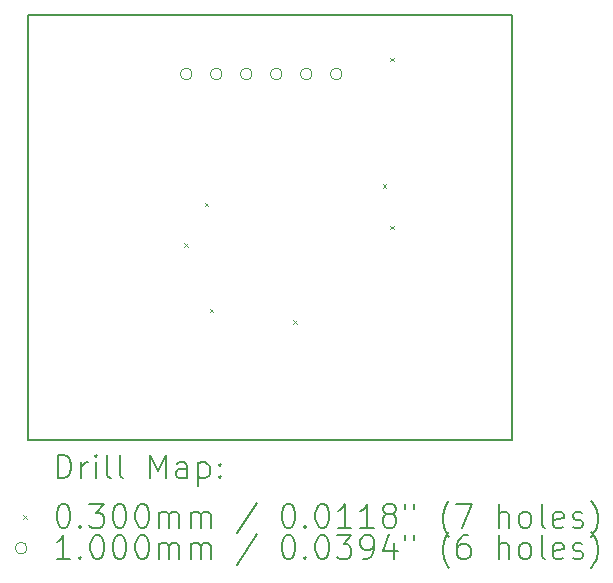
<source format=gbr>
%TF.GenerationSoftware,KiCad,Pcbnew,8.0.8*%
%TF.CreationDate,2025-02-07T12:49:13+01:00*%
%TF.ProjectId,PGE_GPS_PCB,5047455f-4750-4535-9f50-43422e6b6963,rev?*%
%TF.SameCoordinates,Original*%
%TF.FileFunction,Drillmap*%
%TF.FilePolarity,Positive*%
%FSLAX45Y45*%
G04 Gerber Fmt 4.5, Leading zero omitted, Abs format (unit mm)*
G04 Created by KiCad (PCBNEW 8.0.8) date 2025-02-07 12:49:13*
%MOMM*%
%LPD*%
G01*
G04 APERTURE LIST*
%ADD10C,0.200000*%
%ADD11C,0.100000*%
G04 APERTURE END LIST*
D10*
X12900000Y-6400000D02*
X17000000Y-6400000D01*
X17000000Y-10000000D01*
X12900000Y-10000000D01*
X12900000Y-6400000D01*
D11*
X14223000Y-8334040D02*
X14253000Y-8364040D01*
X14253000Y-8334040D02*
X14223000Y-8364040D01*
X14395436Y-7990564D02*
X14425436Y-8020564D01*
X14425436Y-7990564D02*
X14395436Y-8020564D01*
X14438110Y-8887770D02*
X14468110Y-8917770D01*
X14468110Y-8887770D02*
X14438110Y-8917770D01*
X15143200Y-8985000D02*
X15173200Y-9015000D01*
X15173200Y-8985000D02*
X15143200Y-9015000D01*
X15903620Y-7832840D02*
X15933620Y-7862840D01*
X15933620Y-7832840D02*
X15903620Y-7862840D01*
X15965050Y-6763670D02*
X15995050Y-6793670D01*
X15995050Y-6763670D02*
X15965050Y-6793670D01*
X15965050Y-8185000D02*
X15995050Y-8215000D01*
X15995050Y-8185000D02*
X15965050Y-8215000D01*
X14288000Y-6900000D02*
G75*
G02*
X14188000Y-6900000I-50000J0D01*
G01*
X14188000Y-6900000D02*
G75*
G02*
X14288000Y-6900000I50000J0D01*
G01*
X14542000Y-6900000D02*
G75*
G02*
X14442000Y-6900000I-50000J0D01*
G01*
X14442000Y-6900000D02*
G75*
G02*
X14542000Y-6900000I50000J0D01*
G01*
X14796000Y-6900000D02*
G75*
G02*
X14696000Y-6900000I-50000J0D01*
G01*
X14696000Y-6900000D02*
G75*
G02*
X14796000Y-6900000I50000J0D01*
G01*
X15050000Y-6900000D02*
G75*
G02*
X14950000Y-6900000I-50000J0D01*
G01*
X14950000Y-6900000D02*
G75*
G02*
X15050000Y-6900000I50000J0D01*
G01*
X15304000Y-6900000D02*
G75*
G02*
X15204000Y-6900000I-50000J0D01*
G01*
X15204000Y-6900000D02*
G75*
G02*
X15304000Y-6900000I50000J0D01*
G01*
X15558000Y-6900000D02*
G75*
G02*
X15458000Y-6900000I-50000J0D01*
G01*
X15458000Y-6900000D02*
G75*
G02*
X15558000Y-6900000I50000J0D01*
G01*
D10*
X13150777Y-10321484D02*
X13150777Y-10121484D01*
X13150777Y-10121484D02*
X13198396Y-10121484D01*
X13198396Y-10121484D02*
X13226967Y-10131008D01*
X13226967Y-10131008D02*
X13246015Y-10150055D01*
X13246015Y-10150055D02*
X13255539Y-10169103D01*
X13255539Y-10169103D02*
X13265062Y-10207198D01*
X13265062Y-10207198D02*
X13265062Y-10235770D01*
X13265062Y-10235770D02*
X13255539Y-10273865D01*
X13255539Y-10273865D02*
X13246015Y-10292912D01*
X13246015Y-10292912D02*
X13226967Y-10311960D01*
X13226967Y-10311960D02*
X13198396Y-10321484D01*
X13198396Y-10321484D02*
X13150777Y-10321484D01*
X13350777Y-10321484D02*
X13350777Y-10188150D01*
X13350777Y-10226246D02*
X13360301Y-10207198D01*
X13360301Y-10207198D02*
X13369824Y-10197674D01*
X13369824Y-10197674D02*
X13388872Y-10188150D01*
X13388872Y-10188150D02*
X13407920Y-10188150D01*
X13474586Y-10321484D02*
X13474586Y-10188150D01*
X13474586Y-10121484D02*
X13465062Y-10131008D01*
X13465062Y-10131008D02*
X13474586Y-10140531D01*
X13474586Y-10140531D02*
X13484110Y-10131008D01*
X13484110Y-10131008D02*
X13474586Y-10121484D01*
X13474586Y-10121484D02*
X13474586Y-10140531D01*
X13598396Y-10321484D02*
X13579348Y-10311960D01*
X13579348Y-10311960D02*
X13569824Y-10292912D01*
X13569824Y-10292912D02*
X13569824Y-10121484D01*
X13703158Y-10321484D02*
X13684110Y-10311960D01*
X13684110Y-10311960D02*
X13674586Y-10292912D01*
X13674586Y-10292912D02*
X13674586Y-10121484D01*
X13931729Y-10321484D02*
X13931729Y-10121484D01*
X13931729Y-10121484D02*
X13998396Y-10264341D01*
X13998396Y-10264341D02*
X14065062Y-10121484D01*
X14065062Y-10121484D02*
X14065062Y-10321484D01*
X14246015Y-10321484D02*
X14246015Y-10216722D01*
X14246015Y-10216722D02*
X14236491Y-10197674D01*
X14236491Y-10197674D02*
X14217443Y-10188150D01*
X14217443Y-10188150D02*
X14179348Y-10188150D01*
X14179348Y-10188150D02*
X14160301Y-10197674D01*
X14246015Y-10311960D02*
X14226967Y-10321484D01*
X14226967Y-10321484D02*
X14179348Y-10321484D01*
X14179348Y-10321484D02*
X14160301Y-10311960D01*
X14160301Y-10311960D02*
X14150777Y-10292912D01*
X14150777Y-10292912D02*
X14150777Y-10273865D01*
X14150777Y-10273865D02*
X14160301Y-10254817D01*
X14160301Y-10254817D02*
X14179348Y-10245293D01*
X14179348Y-10245293D02*
X14226967Y-10245293D01*
X14226967Y-10245293D02*
X14246015Y-10235770D01*
X14341253Y-10188150D02*
X14341253Y-10388150D01*
X14341253Y-10197674D02*
X14360301Y-10188150D01*
X14360301Y-10188150D02*
X14398396Y-10188150D01*
X14398396Y-10188150D02*
X14417443Y-10197674D01*
X14417443Y-10197674D02*
X14426967Y-10207198D01*
X14426967Y-10207198D02*
X14436491Y-10226246D01*
X14436491Y-10226246D02*
X14436491Y-10283389D01*
X14436491Y-10283389D02*
X14426967Y-10302436D01*
X14426967Y-10302436D02*
X14417443Y-10311960D01*
X14417443Y-10311960D02*
X14398396Y-10321484D01*
X14398396Y-10321484D02*
X14360301Y-10321484D01*
X14360301Y-10321484D02*
X14341253Y-10311960D01*
X14522205Y-10302436D02*
X14531729Y-10311960D01*
X14531729Y-10311960D02*
X14522205Y-10321484D01*
X14522205Y-10321484D02*
X14512682Y-10311960D01*
X14512682Y-10311960D02*
X14522205Y-10302436D01*
X14522205Y-10302436D02*
X14522205Y-10321484D01*
X14522205Y-10197674D02*
X14531729Y-10207198D01*
X14531729Y-10207198D02*
X14522205Y-10216722D01*
X14522205Y-10216722D02*
X14512682Y-10207198D01*
X14512682Y-10207198D02*
X14522205Y-10197674D01*
X14522205Y-10197674D02*
X14522205Y-10216722D01*
D11*
X12860000Y-10635000D02*
X12890000Y-10665000D01*
X12890000Y-10635000D02*
X12860000Y-10665000D01*
D10*
X13188872Y-10541484D02*
X13207920Y-10541484D01*
X13207920Y-10541484D02*
X13226967Y-10551008D01*
X13226967Y-10551008D02*
X13236491Y-10560531D01*
X13236491Y-10560531D02*
X13246015Y-10579579D01*
X13246015Y-10579579D02*
X13255539Y-10617674D01*
X13255539Y-10617674D02*
X13255539Y-10665293D01*
X13255539Y-10665293D02*
X13246015Y-10703389D01*
X13246015Y-10703389D02*
X13236491Y-10722436D01*
X13236491Y-10722436D02*
X13226967Y-10731960D01*
X13226967Y-10731960D02*
X13207920Y-10741484D01*
X13207920Y-10741484D02*
X13188872Y-10741484D01*
X13188872Y-10741484D02*
X13169824Y-10731960D01*
X13169824Y-10731960D02*
X13160301Y-10722436D01*
X13160301Y-10722436D02*
X13150777Y-10703389D01*
X13150777Y-10703389D02*
X13141253Y-10665293D01*
X13141253Y-10665293D02*
X13141253Y-10617674D01*
X13141253Y-10617674D02*
X13150777Y-10579579D01*
X13150777Y-10579579D02*
X13160301Y-10560531D01*
X13160301Y-10560531D02*
X13169824Y-10551008D01*
X13169824Y-10551008D02*
X13188872Y-10541484D01*
X13341253Y-10722436D02*
X13350777Y-10731960D01*
X13350777Y-10731960D02*
X13341253Y-10741484D01*
X13341253Y-10741484D02*
X13331729Y-10731960D01*
X13331729Y-10731960D02*
X13341253Y-10722436D01*
X13341253Y-10722436D02*
X13341253Y-10741484D01*
X13417443Y-10541484D02*
X13541253Y-10541484D01*
X13541253Y-10541484D02*
X13474586Y-10617674D01*
X13474586Y-10617674D02*
X13503158Y-10617674D01*
X13503158Y-10617674D02*
X13522205Y-10627198D01*
X13522205Y-10627198D02*
X13531729Y-10636722D01*
X13531729Y-10636722D02*
X13541253Y-10655770D01*
X13541253Y-10655770D02*
X13541253Y-10703389D01*
X13541253Y-10703389D02*
X13531729Y-10722436D01*
X13531729Y-10722436D02*
X13522205Y-10731960D01*
X13522205Y-10731960D02*
X13503158Y-10741484D01*
X13503158Y-10741484D02*
X13446015Y-10741484D01*
X13446015Y-10741484D02*
X13426967Y-10731960D01*
X13426967Y-10731960D02*
X13417443Y-10722436D01*
X13665062Y-10541484D02*
X13684110Y-10541484D01*
X13684110Y-10541484D02*
X13703158Y-10551008D01*
X13703158Y-10551008D02*
X13712682Y-10560531D01*
X13712682Y-10560531D02*
X13722205Y-10579579D01*
X13722205Y-10579579D02*
X13731729Y-10617674D01*
X13731729Y-10617674D02*
X13731729Y-10665293D01*
X13731729Y-10665293D02*
X13722205Y-10703389D01*
X13722205Y-10703389D02*
X13712682Y-10722436D01*
X13712682Y-10722436D02*
X13703158Y-10731960D01*
X13703158Y-10731960D02*
X13684110Y-10741484D01*
X13684110Y-10741484D02*
X13665062Y-10741484D01*
X13665062Y-10741484D02*
X13646015Y-10731960D01*
X13646015Y-10731960D02*
X13636491Y-10722436D01*
X13636491Y-10722436D02*
X13626967Y-10703389D01*
X13626967Y-10703389D02*
X13617443Y-10665293D01*
X13617443Y-10665293D02*
X13617443Y-10617674D01*
X13617443Y-10617674D02*
X13626967Y-10579579D01*
X13626967Y-10579579D02*
X13636491Y-10560531D01*
X13636491Y-10560531D02*
X13646015Y-10551008D01*
X13646015Y-10551008D02*
X13665062Y-10541484D01*
X13855539Y-10541484D02*
X13874586Y-10541484D01*
X13874586Y-10541484D02*
X13893634Y-10551008D01*
X13893634Y-10551008D02*
X13903158Y-10560531D01*
X13903158Y-10560531D02*
X13912682Y-10579579D01*
X13912682Y-10579579D02*
X13922205Y-10617674D01*
X13922205Y-10617674D02*
X13922205Y-10665293D01*
X13922205Y-10665293D02*
X13912682Y-10703389D01*
X13912682Y-10703389D02*
X13903158Y-10722436D01*
X13903158Y-10722436D02*
X13893634Y-10731960D01*
X13893634Y-10731960D02*
X13874586Y-10741484D01*
X13874586Y-10741484D02*
X13855539Y-10741484D01*
X13855539Y-10741484D02*
X13836491Y-10731960D01*
X13836491Y-10731960D02*
X13826967Y-10722436D01*
X13826967Y-10722436D02*
X13817443Y-10703389D01*
X13817443Y-10703389D02*
X13807920Y-10665293D01*
X13807920Y-10665293D02*
X13807920Y-10617674D01*
X13807920Y-10617674D02*
X13817443Y-10579579D01*
X13817443Y-10579579D02*
X13826967Y-10560531D01*
X13826967Y-10560531D02*
X13836491Y-10551008D01*
X13836491Y-10551008D02*
X13855539Y-10541484D01*
X14007920Y-10741484D02*
X14007920Y-10608150D01*
X14007920Y-10627198D02*
X14017443Y-10617674D01*
X14017443Y-10617674D02*
X14036491Y-10608150D01*
X14036491Y-10608150D02*
X14065063Y-10608150D01*
X14065063Y-10608150D02*
X14084110Y-10617674D01*
X14084110Y-10617674D02*
X14093634Y-10636722D01*
X14093634Y-10636722D02*
X14093634Y-10741484D01*
X14093634Y-10636722D02*
X14103158Y-10617674D01*
X14103158Y-10617674D02*
X14122205Y-10608150D01*
X14122205Y-10608150D02*
X14150777Y-10608150D01*
X14150777Y-10608150D02*
X14169824Y-10617674D01*
X14169824Y-10617674D02*
X14179348Y-10636722D01*
X14179348Y-10636722D02*
X14179348Y-10741484D01*
X14274586Y-10741484D02*
X14274586Y-10608150D01*
X14274586Y-10627198D02*
X14284110Y-10617674D01*
X14284110Y-10617674D02*
X14303158Y-10608150D01*
X14303158Y-10608150D02*
X14331729Y-10608150D01*
X14331729Y-10608150D02*
X14350777Y-10617674D01*
X14350777Y-10617674D02*
X14360301Y-10636722D01*
X14360301Y-10636722D02*
X14360301Y-10741484D01*
X14360301Y-10636722D02*
X14369824Y-10617674D01*
X14369824Y-10617674D02*
X14388872Y-10608150D01*
X14388872Y-10608150D02*
X14417443Y-10608150D01*
X14417443Y-10608150D02*
X14436491Y-10617674D01*
X14436491Y-10617674D02*
X14446015Y-10636722D01*
X14446015Y-10636722D02*
X14446015Y-10741484D01*
X14836491Y-10531960D02*
X14665063Y-10789103D01*
X15093634Y-10541484D02*
X15112682Y-10541484D01*
X15112682Y-10541484D02*
X15131729Y-10551008D01*
X15131729Y-10551008D02*
X15141253Y-10560531D01*
X15141253Y-10560531D02*
X15150777Y-10579579D01*
X15150777Y-10579579D02*
X15160301Y-10617674D01*
X15160301Y-10617674D02*
X15160301Y-10665293D01*
X15160301Y-10665293D02*
X15150777Y-10703389D01*
X15150777Y-10703389D02*
X15141253Y-10722436D01*
X15141253Y-10722436D02*
X15131729Y-10731960D01*
X15131729Y-10731960D02*
X15112682Y-10741484D01*
X15112682Y-10741484D02*
X15093634Y-10741484D01*
X15093634Y-10741484D02*
X15074586Y-10731960D01*
X15074586Y-10731960D02*
X15065063Y-10722436D01*
X15065063Y-10722436D02*
X15055539Y-10703389D01*
X15055539Y-10703389D02*
X15046015Y-10665293D01*
X15046015Y-10665293D02*
X15046015Y-10617674D01*
X15046015Y-10617674D02*
X15055539Y-10579579D01*
X15055539Y-10579579D02*
X15065063Y-10560531D01*
X15065063Y-10560531D02*
X15074586Y-10551008D01*
X15074586Y-10551008D02*
X15093634Y-10541484D01*
X15246015Y-10722436D02*
X15255539Y-10731960D01*
X15255539Y-10731960D02*
X15246015Y-10741484D01*
X15246015Y-10741484D02*
X15236491Y-10731960D01*
X15236491Y-10731960D02*
X15246015Y-10722436D01*
X15246015Y-10722436D02*
X15246015Y-10741484D01*
X15379348Y-10541484D02*
X15398396Y-10541484D01*
X15398396Y-10541484D02*
X15417444Y-10551008D01*
X15417444Y-10551008D02*
X15426967Y-10560531D01*
X15426967Y-10560531D02*
X15436491Y-10579579D01*
X15436491Y-10579579D02*
X15446015Y-10617674D01*
X15446015Y-10617674D02*
X15446015Y-10665293D01*
X15446015Y-10665293D02*
X15436491Y-10703389D01*
X15436491Y-10703389D02*
X15426967Y-10722436D01*
X15426967Y-10722436D02*
X15417444Y-10731960D01*
X15417444Y-10731960D02*
X15398396Y-10741484D01*
X15398396Y-10741484D02*
X15379348Y-10741484D01*
X15379348Y-10741484D02*
X15360301Y-10731960D01*
X15360301Y-10731960D02*
X15350777Y-10722436D01*
X15350777Y-10722436D02*
X15341253Y-10703389D01*
X15341253Y-10703389D02*
X15331729Y-10665293D01*
X15331729Y-10665293D02*
X15331729Y-10617674D01*
X15331729Y-10617674D02*
X15341253Y-10579579D01*
X15341253Y-10579579D02*
X15350777Y-10560531D01*
X15350777Y-10560531D02*
X15360301Y-10551008D01*
X15360301Y-10551008D02*
X15379348Y-10541484D01*
X15636491Y-10741484D02*
X15522206Y-10741484D01*
X15579348Y-10741484D02*
X15579348Y-10541484D01*
X15579348Y-10541484D02*
X15560301Y-10570055D01*
X15560301Y-10570055D02*
X15541253Y-10589103D01*
X15541253Y-10589103D02*
X15522206Y-10598627D01*
X15826967Y-10741484D02*
X15712682Y-10741484D01*
X15769825Y-10741484D02*
X15769825Y-10541484D01*
X15769825Y-10541484D02*
X15750777Y-10570055D01*
X15750777Y-10570055D02*
X15731729Y-10589103D01*
X15731729Y-10589103D02*
X15712682Y-10598627D01*
X15941253Y-10627198D02*
X15922206Y-10617674D01*
X15922206Y-10617674D02*
X15912682Y-10608150D01*
X15912682Y-10608150D02*
X15903158Y-10589103D01*
X15903158Y-10589103D02*
X15903158Y-10579579D01*
X15903158Y-10579579D02*
X15912682Y-10560531D01*
X15912682Y-10560531D02*
X15922206Y-10551008D01*
X15922206Y-10551008D02*
X15941253Y-10541484D01*
X15941253Y-10541484D02*
X15979348Y-10541484D01*
X15979348Y-10541484D02*
X15998396Y-10551008D01*
X15998396Y-10551008D02*
X16007920Y-10560531D01*
X16007920Y-10560531D02*
X16017444Y-10579579D01*
X16017444Y-10579579D02*
X16017444Y-10589103D01*
X16017444Y-10589103D02*
X16007920Y-10608150D01*
X16007920Y-10608150D02*
X15998396Y-10617674D01*
X15998396Y-10617674D02*
X15979348Y-10627198D01*
X15979348Y-10627198D02*
X15941253Y-10627198D01*
X15941253Y-10627198D02*
X15922206Y-10636722D01*
X15922206Y-10636722D02*
X15912682Y-10646246D01*
X15912682Y-10646246D02*
X15903158Y-10665293D01*
X15903158Y-10665293D02*
X15903158Y-10703389D01*
X15903158Y-10703389D02*
X15912682Y-10722436D01*
X15912682Y-10722436D02*
X15922206Y-10731960D01*
X15922206Y-10731960D02*
X15941253Y-10741484D01*
X15941253Y-10741484D02*
X15979348Y-10741484D01*
X15979348Y-10741484D02*
X15998396Y-10731960D01*
X15998396Y-10731960D02*
X16007920Y-10722436D01*
X16007920Y-10722436D02*
X16017444Y-10703389D01*
X16017444Y-10703389D02*
X16017444Y-10665293D01*
X16017444Y-10665293D02*
X16007920Y-10646246D01*
X16007920Y-10646246D02*
X15998396Y-10636722D01*
X15998396Y-10636722D02*
X15979348Y-10627198D01*
X16093634Y-10541484D02*
X16093634Y-10579579D01*
X16169825Y-10541484D02*
X16169825Y-10579579D01*
X16465063Y-10817674D02*
X16455539Y-10808150D01*
X16455539Y-10808150D02*
X16436491Y-10779579D01*
X16436491Y-10779579D02*
X16426968Y-10760531D01*
X16426968Y-10760531D02*
X16417444Y-10731960D01*
X16417444Y-10731960D02*
X16407920Y-10684341D01*
X16407920Y-10684341D02*
X16407920Y-10646246D01*
X16407920Y-10646246D02*
X16417444Y-10598627D01*
X16417444Y-10598627D02*
X16426968Y-10570055D01*
X16426968Y-10570055D02*
X16436491Y-10551008D01*
X16436491Y-10551008D02*
X16455539Y-10522436D01*
X16455539Y-10522436D02*
X16465063Y-10512912D01*
X16522206Y-10541484D02*
X16655539Y-10541484D01*
X16655539Y-10541484D02*
X16569825Y-10741484D01*
X16884111Y-10741484D02*
X16884111Y-10541484D01*
X16969825Y-10741484D02*
X16969825Y-10636722D01*
X16969825Y-10636722D02*
X16960301Y-10617674D01*
X16960301Y-10617674D02*
X16941253Y-10608150D01*
X16941253Y-10608150D02*
X16912682Y-10608150D01*
X16912682Y-10608150D02*
X16893634Y-10617674D01*
X16893634Y-10617674D02*
X16884111Y-10627198D01*
X17093634Y-10741484D02*
X17074587Y-10731960D01*
X17074587Y-10731960D02*
X17065063Y-10722436D01*
X17065063Y-10722436D02*
X17055539Y-10703389D01*
X17055539Y-10703389D02*
X17055539Y-10646246D01*
X17055539Y-10646246D02*
X17065063Y-10627198D01*
X17065063Y-10627198D02*
X17074587Y-10617674D01*
X17074587Y-10617674D02*
X17093634Y-10608150D01*
X17093634Y-10608150D02*
X17122206Y-10608150D01*
X17122206Y-10608150D02*
X17141253Y-10617674D01*
X17141253Y-10617674D02*
X17150777Y-10627198D01*
X17150777Y-10627198D02*
X17160301Y-10646246D01*
X17160301Y-10646246D02*
X17160301Y-10703389D01*
X17160301Y-10703389D02*
X17150777Y-10722436D01*
X17150777Y-10722436D02*
X17141253Y-10731960D01*
X17141253Y-10731960D02*
X17122206Y-10741484D01*
X17122206Y-10741484D02*
X17093634Y-10741484D01*
X17274587Y-10741484D02*
X17255539Y-10731960D01*
X17255539Y-10731960D02*
X17246015Y-10712912D01*
X17246015Y-10712912D02*
X17246015Y-10541484D01*
X17426968Y-10731960D02*
X17407920Y-10741484D01*
X17407920Y-10741484D02*
X17369825Y-10741484D01*
X17369825Y-10741484D02*
X17350777Y-10731960D01*
X17350777Y-10731960D02*
X17341253Y-10712912D01*
X17341253Y-10712912D02*
X17341253Y-10636722D01*
X17341253Y-10636722D02*
X17350777Y-10617674D01*
X17350777Y-10617674D02*
X17369825Y-10608150D01*
X17369825Y-10608150D02*
X17407920Y-10608150D01*
X17407920Y-10608150D02*
X17426968Y-10617674D01*
X17426968Y-10617674D02*
X17436492Y-10636722D01*
X17436492Y-10636722D02*
X17436492Y-10655770D01*
X17436492Y-10655770D02*
X17341253Y-10674817D01*
X17512682Y-10731960D02*
X17531730Y-10741484D01*
X17531730Y-10741484D02*
X17569825Y-10741484D01*
X17569825Y-10741484D02*
X17588873Y-10731960D01*
X17588873Y-10731960D02*
X17598396Y-10712912D01*
X17598396Y-10712912D02*
X17598396Y-10703389D01*
X17598396Y-10703389D02*
X17588873Y-10684341D01*
X17588873Y-10684341D02*
X17569825Y-10674817D01*
X17569825Y-10674817D02*
X17541253Y-10674817D01*
X17541253Y-10674817D02*
X17522206Y-10665293D01*
X17522206Y-10665293D02*
X17512682Y-10646246D01*
X17512682Y-10646246D02*
X17512682Y-10636722D01*
X17512682Y-10636722D02*
X17522206Y-10617674D01*
X17522206Y-10617674D02*
X17541253Y-10608150D01*
X17541253Y-10608150D02*
X17569825Y-10608150D01*
X17569825Y-10608150D02*
X17588873Y-10617674D01*
X17665063Y-10817674D02*
X17674587Y-10808150D01*
X17674587Y-10808150D02*
X17693634Y-10779579D01*
X17693634Y-10779579D02*
X17703158Y-10760531D01*
X17703158Y-10760531D02*
X17712682Y-10731960D01*
X17712682Y-10731960D02*
X17722206Y-10684341D01*
X17722206Y-10684341D02*
X17722206Y-10646246D01*
X17722206Y-10646246D02*
X17712682Y-10598627D01*
X17712682Y-10598627D02*
X17703158Y-10570055D01*
X17703158Y-10570055D02*
X17693634Y-10551008D01*
X17693634Y-10551008D02*
X17674587Y-10522436D01*
X17674587Y-10522436D02*
X17665063Y-10512912D01*
D11*
X12890000Y-10914000D02*
G75*
G02*
X12790000Y-10914000I-50000J0D01*
G01*
X12790000Y-10914000D02*
G75*
G02*
X12890000Y-10914000I50000J0D01*
G01*
D10*
X13255539Y-11005484D02*
X13141253Y-11005484D01*
X13198396Y-11005484D02*
X13198396Y-10805484D01*
X13198396Y-10805484D02*
X13179348Y-10834055D01*
X13179348Y-10834055D02*
X13160301Y-10853103D01*
X13160301Y-10853103D02*
X13141253Y-10862627D01*
X13341253Y-10986436D02*
X13350777Y-10995960D01*
X13350777Y-10995960D02*
X13341253Y-11005484D01*
X13341253Y-11005484D02*
X13331729Y-10995960D01*
X13331729Y-10995960D02*
X13341253Y-10986436D01*
X13341253Y-10986436D02*
X13341253Y-11005484D01*
X13474586Y-10805484D02*
X13493634Y-10805484D01*
X13493634Y-10805484D02*
X13512682Y-10815008D01*
X13512682Y-10815008D02*
X13522205Y-10824531D01*
X13522205Y-10824531D02*
X13531729Y-10843579D01*
X13531729Y-10843579D02*
X13541253Y-10881674D01*
X13541253Y-10881674D02*
X13541253Y-10929293D01*
X13541253Y-10929293D02*
X13531729Y-10967389D01*
X13531729Y-10967389D02*
X13522205Y-10986436D01*
X13522205Y-10986436D02*
X13512682Y-10995960D01*
X13512682Y-10995960D02*
X13493634Y-11005484D01*
X13493634Y-11005484D02*
X13474586Y-11005484D01*
X13474586Y-11005484D02*
X13455539Y-10995960D01*
X13455539Y-10995960D02*
X13446015Y-10986436D01*
X13446015Y-10986436D02*
X13436491Y-10967389D01*
X13436491Y-10967389D02*
X13426967Y-10929293D01*
X13426967Y-10929293D02*
X13426967Y-10881674D01*
X13426967Y-10881674D02*
X13436491Y-10843579D01*
X13436491Y-10843579D02*
X13446015Y-10824531D01*
X13446015Y-10824531D02*
X13455539Y-10815008D01*
X13455539Y-10815008D02*
X13474586Y-10805484D01*
X13665062Y-10805484D02*
X13684110Y-10805484D01*
X13684110Y-10805484D02*
X13703158Y-10815008D01*
X13703158Y-10815008D02*
X13712682Y-10824531D01*
X13712682Y-10824531D02*
X13722205Y-10843579D01*
X13722205Y-10843579D02*
X13731729Y-10881674D01*
X13731729Y-10881674D02*
X13731729Y-10929293D01*
X13731729Y-10929293D02*
X13722205Y-10967389D01*
X13722205Y-10967389D02*
X13712682Y-10986436D01*
X13712682Y-10986436D02*
X13703158Y-10995960D01*
X13703158Y-10995960D02*
X13684110Y-11005484D01*
X13684110Y-11005484D02*
X13665062Y-11005484D01*
X13665062Y-11005484D02*
X13646015Y-10995960D01*
X13646015Y-10995960D02*
X13636491Y-10986436D01*
X13636491Y-10986436D02*
X13626967Y-10967389D01*
X13626967Y-10967389D02*
X13617443Y-10929293D01*
X13617443Y-10929293D02*
X13617443Y-10881674D01*
X13617443Y-10881674D02*
X13626967Y-10843579D01*
X13626967Y-10843579D02*
X13636491Y-10824531D01*
X13636491Y-10824531D02*
X13646015Y-10815008D01*
X13646015Y-10815008D02*
X13665062Y-10805484D01*
X13855539Y-10805484D02*
X13874586Y-10805484D01*
X13874586Y-10805484D02*
X13893634Y-10815008D01*
X13893634Y-10815008D02*
X13903158Y-10824531D01*
X13903158Y-10824531D02*
X13912682Y-10843579D01*
X13912682Y-10843579D02*
X13922205Y-10881674D01*
X13922205Y-10881674D02*
X13922205Y-10929293D01*
X13922205Y-10929293D02*
X13912682Y-10967389D01*
X13912682Y-10967389D02*
X13903158Y-10986436D01*
X13903158Y-10986436D02*
X13893634Y-10995960D01*
X13893634Y-10995960D02*
X13874586Y-11005484D01*
X13874586Y-11005484D02*
X13855539Y-11005484D01*
X13855539Y-11005484D02*
X13836491Y-10995960D01*
X13836491Y-10995960D02*
X13826967Y-10986436D01*
X13826967Y-10986436D02*
X13817443Y-10967389D01*
X13817443Y-10967389D02*
X13807920Y-10929293D01*
X13807920Y-10929293D02*
X13807920Y-10881674D01*
X13807920Y-10881674D02*
X13817443Y-10843579D01*
X13817443Y-10843579D02*
X13826967Y-10824531D01*
X13826967Y-10824531D02*
X13836491Y-10815008D01*
X13836491Y-10815008D02*
X13855539Y-10805484D01*
X14007920Y-11005484D02*
X14007920Y-10872150D01*
X14007920Y-10891198D02*
X14017443Y-10881674D01*
X14017443Y-10881674D02*
X14036491Y-10872150D01*
X14036491Y-10872150D02*
X14065063Y-10872150D01*
X14065063Y-10872150D02*
X14084110Y-10881674D01*
X14084110Y-10881674D02*
X14093634Y-10900722D01*
X14093634Y-10900722D02*
X14093634Y-11005484D01*
X14093634Y-10900722D02*
X14103158Y-10881674D01*
X14103158Y-10881674D02*
X14122205Y-10872150D01*
X14122205Y-10872150D02*
X14150777Y-10872150D01*
X14150777Y-10872150D02*
X14169824Y-10881674D01*
X14169824Y-10881674D02*
X14179348Y-10900722D01*
X14179348Y-10900722D02*
X14179348Y-11005484D01*
X14274586Y-11005484D02*
X14274586Y-10872150D01*
X14274586Y-10891198D02*
X14284110Y-10881674D01*
X14284110Y-10881674D02*
X14303158Y-10872150D01*
X14303158Y-10872150D02*
X14331729Y-10872150D01*
X14331729Y-10872150D02*
X14350777Y-10881674D01*
X14350777Y-10881674D02*
X14360301Y-10900722D01*
X14360301Y-10900722D02*
X14360301Y-11005484D01*
X14360301Y-10900722D02*
X14369824Y-10881674D01*
X14369824Y-10881674D02*
X14388872Y-10872150D01*
X14388872Y-10872150D02*
X14417443Y-10872150D01*
X14417443Y-10872150D02*
X14436491Y-10881674D01*
X14436491Y-10881674D02*
X14446015Y-10900722D01*
X14446015Y-10900722D02*
X14446015Y-11005484D01*
X14836491Y-10795960D02*
X14665063Y-11053103D01*
X15093634Y-10805484D02*
X15112682Y-10805484D01*
X15112682Y-10805484D02*
X15131729Y-10815008D01*
X15131729Y-10815008D02*
X15141253Y-10824531D01*
X15141253Y-10824531D02*
X15150777Y-10843579D01*
X15150777Y-10843579D02*
X15160301Y-10881674D01*
X15160301Y-10881674D02*
X15160301Y-10929293D01*
X15160301Y-10929293D02*
X15150777Y-10967389D01*
X15150777Y-10967389D02*
X15141253Y-10986436D01*
X15141253Y-10986436D02*
X15131729Y-10995960D01*
X15131729Y-10995960D02*
X15112682Y-11005484D01*
X15112682Y-11005484D02*
X15093634Y-11005484D01*
X15093634Y-11005484D02*
X15074586Y-10995960D01*
X15074586Y-10995960D02*
X15065063Y-10986436D01*
X15065063Y-10986436D02*
X15055539Y-10967389D01*
X15055539Y-10967389D02*
X15046015Y-10929293D01*
X15046015Y-10929293D02*
X15046015Y-10881674D01*
X15046015Y-10881674D02*
X15055539Y-10843579D01*
X15055539Y-10843579D02*
X15065063Y-10824531D01*
X15065063Y-10824531D02*
X15074586Y-10815008D01*
X15074586Y-10815008D02*
X15093634Y-10805484D01*
X15246015Y-10986436D02*
X15255539Y-10995960D01*
X15255539Y-10995960D02*
X15246015Y-11005484D01*
X15246015Y-11005484D02*
X15236491Y-10995960D01*
X15236491Y-10995960D02*
X15246015Y-10986436D01*
X15246015Y-10986436D02*
X15246015Y-11005484D01*
X15379348Y-10805484D02*
X15398396Y-10805484D01*
X15398396Y-10805484D02*
X15417444Y-10815008D01*
X15417444Y-10815008D02*
X15426967Y-10824531D01*
X15426967Y-10824531D02*
X15436491Y-10843579D01*
X15436491Y-10843579D02*
X15446015Y-10881674D01*
X15446015Y-10881674D02*
X15446015Y-10929293D01*
X15446015Y-10929293D02*
X15436491Y-10967389D01*
X15436491Y-10967389D02*
X15426967Y-10986436D01*
X15426967Y-10986436D02*
X15417444Y-10995960D01*
X15417444Y-10995960D02*
X15398396Y-11005484D01*
X15398396Y-11005484D02*
X15379348Y-11005484D01*
X15379348Y-11005484D02*
X15360301Y-10995960D01*
X15360301Y-10995960D02*
X15350777Y-10986436D01*
X15350777Y-10986436D02*
X15341253Y-10967389D01*
X15341253Y-10967389D02*
X15331729Y-10929293D01*
X15331729Y-10929293D02*
X15331729Y-10881674D01*
X15331729Y-10881674D02*
X15341253Y-10843579D01*
X15341253Y-10843579D02*
X15350777Y-10824531D01*
X15350777Y-10824531D02*
X15360301Y-10815008D01*
X15360301Y-10815008D02*
X15379348Y-10805484D01*
X15512682Y-10805484D02*
X15636491Y-10805484D01*
X15636491Y-10805484D02*
X15569825Y-10881674D01*
X15569825Y-10881674D02*
X15598396Y-10881674D01*
X15598396Y-10881674D02*
X15617444Y-10891198D01*
X15617444Y-10891198D02*
X15626967Y-10900722D01*
X15626967Y-10900722D02*
X15636491Y-10919770D01*
X15636491Y-10919770D02*
X15636491Y-10967389D01*
X15636491Y-10967389D02*
X15626967Y-10986436D01*
X15626967Y-10986436D02*
X15617444Y-10995960D01*
X15617444Y-10995960D02*
X15598396Y-11005484D01*
X15598396Y-11005484D02*
X15541253Y-11005484D01*
X15541253Y-11005484D02*
X15522206Y-10995960D01*
X15522206Y-10995960D02*
X15512682Y-10986436D01*
X15731729Y-11005484D02*
X15769825Y-11005484D01*
X15769825Y-11005484D02*
X15788872Y-10995960D01*
X15788872Y-10995960D02*
X15798396Y-10986436D01*
X15798396Y-10986436D02*
X15817444Y-10957865D01*
X15817444Y-10957865D02*
X15826967Y-10919770D01*
X15826967Y-10919770D02*
X15826967Y-10843579D01*
X15826967Y-10843579D02*
X15817444Y-10824531D01*
X15817444Y-10824531D02*
X15807920Y-10815008D01*
X15807920Y-10815008D02*
X15788872Y-10805484D01*
X15788872Y-10805484D02*
X15750777Y-10805484D01*
X15750777Y-10805484D02*
X15731729Y-10815008D01*
X15731729Y-10815008D02*
X15722206Y-10824531D01*
X15722206Y-10824531D02*
X15712682Y-10843579D01*
X15712682Y-10843579D02*
X15712682Y-10891198D01*
X15712682Y-10891198D02*
X15722206Y-10910246D01*
X15722206Y-10910246D02*
X15731729Y-10919770D01*
X15731729Y-10919770D02*
X15750777Y-10929293D01*
X15750777Y-10929293D02*
X15788872Y-10929293D01*
X15788872Y-10929293D02*
X15807920Y-10919770D01*
X15807920Y-10919770D02*
X15817444Y-10910246D01*
X15817444Y-10910246D02*
X15826967Y-10891198D01*
X15998396Y-10872150D02*
X15998396Y-11005484D01*
X15950777Y-10795960D02*
X15903158Y-10938817D01*
X15903158Y-10938817D02*
X16026967Y-10938817D01*
X16093634Y-10805484D02*
X16093634Y-10843579D01*
X16169825Y-10805484D02*
X16169825Y-10843579D01*
X16465063Y-11081674D02*
X16455539Y-11072150D01*
X16455539Y-11072150D02*
X16436491Y-11043579D01*
X16436491Y-11043579D02*
X16426968Y-11024531D01*
X16426968Y-11024531D02*
X16417444Y-10995960D01*
X16417444Y-10995960D02*
X16407920Y-10948341D01*
X16407920Y-10948341D02*
X16407920Y-10910246D01*
X16407920Y-10910246D02*
X16417444Y-10862627D01*
X16417444Y-10862627D02*
X16426968Y-10834055D01*
X16426968Y-10834055D02*
X16436491Y-10815008D01*
X16436491Y-10815008D02*
X16455539Y-10786436D01*
X16455539Y-10786436D02*
X16465063Y-10776912D01*
X16626968Y-10805484D02*
X16588872Y-10805484D01*
X16588872Y-10805484D02*
X16569825Y-10815008D01*
X16569825Y-10815008D02*
X16560301Y-10824531D01*
X16560301Y-10824531D02*
X16541253Y-10853103D01*
X16541253Y-10853103D02*
X16531729Y-10891198D01*
X16531729Y-10891198D02*
X16531729Y-10967389D01*
X16531729Y-10967389D02*
X16541253Y-10986436D01*
X16541253Y-10986436D02*
X16550777Y-10995960D01*
X16550777Y-10995960D02*
X16569825Y-11005484D01*
X16569825Y-11005484D02*
X16607920Y-11005484D01*
X16607920Y-11005484D02*
X16626968Y-10995960D01*
X16626968Y-10995960D02*
X16636491Y-10986436D01*
X16636491Y-10986436D02*
X16646015Y-10967389D01*
X16646015Y-10967389D02*
X16646015Y-10919770D01*
X16646015Y-10919770D02*
X16636491Y-10900722D01*
X16636491Y-10900722D02*
X16626968Y-10891198D01*
X16626968Y-10891198D02*
X16607920Y-10881674D01*
X16607920Y-10881674D02*
X16569825Y-10881674D01*
X16569825Y-10881674D02*
X16550777Y-10891198D01*
X16550777Y-10891198D02*
X16541253Y-10900722D01*
X16541253Y-10900722D02*
X16531729Y-10919770D01*
X16884111Y-11005484D02*
X16884111Y-10805484D01*
X16969825Y-11005484D02*
X16969825Y-10900722D01*
X16969825Y-10900722D02*
X16960301Y-10881674D01*
X16960301Y-10881674D02*
X16941253Y-10872150D01*
X16941253Y-10872150D02*
X16912682Y-10872150D01*
X16912682Y-10872150D02*
X16893634Y-10881674D01*
X16893634Y-10881674D02*
X16884111Y-10891198D01*
X17093634Y-11005484D02*
X17074587Y-10995960D01*
X17074587Y-10995960D02*
X17065063Y-10986436D01*
X17065063Y-10986436D02*
X17055539Y-10967389D01*
X17055539Y-10967389D02*
X17055539Y-10910246D01*
X17055539Y-10910246D02*
X17065063Y-10891198D01*
X17065063Y-10891198D02*
X17074587Y-10881674D01*
X17074587Y-10881674D02*
X17093634Y-10872150D01*
X17093634Y-10872150D02*
X17122206Y-10872150D01*
X17122206Y-10872150D02*
X17141253Y-10881674D01*
X17141253Y-10881674D02*
X17150777Y-10891198D01*
X17150777Y-10891198D02*
X17160301Y-10910246D01*
X17160301Y-10910246D02*
X17160301Y-10967389D01*
X17160301Y-10967389D02*
X17150777Y-10986436D01*
X17150777Y-10986436D02*
X17141253Y-10995960D01*
X17141253Y-10995960D02*
X17122206Y-11005484D01*
X17122206Y-11005484D02*
X17093634Y-11005484D01*
X17274587Y-11005484D02*
X17255539Y-10995960D01*
X17255539Y-10995960D02*
X17246015Y-10976912D01*
X17246015Y-10976912D02*
X17246015Y-10805484D01*
X17426968Y-10995960D02*
X17407920Y-11005484D01*
X17407920Y-11005484D02*
X17369825Y-11005484D01*
X17369825Y-11005484D02*
X17350777Y-10995960D01*
X17350777Y-10995960D02*
X17341253Y-10976912D01*
X17341253Y-10976912D02*
X17341253Y-10900722D01*
X17341253Y-10900722D02*
X17350777Y-10881674D01*
X17350777Y-10881674D02*
X17369825Y-10872150D01*
X17369825Y-10872150D02*
X17407920Y-10872150D01*
X17407920Y-10872150D02*
X17426968Y-10881674D01*
X17426968Y-10881674D02*
X17436492Y-10900722D01*
X17436492Y-10900722D02*
X17436492Y-10919770D01*
X17436492Y-10919770D02*
X17341253Y-10938817D01*
X17512682Y-10995960D02*
X17531730Y-11005484D01*
X17531730Y-11005484D02*
X17569825Y-11005484D01*
X17569825Y-11005484D02*
X17588873Y-10995960D01*
X17588873Y-10995960D02*
X17598396Y-10976912D01*
X17598396Y-10976912D02*
X17598396Y-10967389D01*
X17598396Y-10967389D02*
X17588873Y-10948341D01*
X17588873Y-10948341D02*
X17569825Y-10938817D01*
X17569825Y-10938817D02*
X17541253Y-10938817D01*
X17541253Y-10938817D02*
X17522206Y-10929293D01*
X17522206Y-10929293D02*
X17512682Y-10910246D01*
X17512682Y-10910246D02*
X17512682Y-10900722D01*
X17512682Y-10900722D02*
X17522206Y-10881674D01*
X17522206Y-10881674D02*
X17541253Y-10872150D01*
X17541253Y-10872150D02*
X17569825Y-10872150D01*
X17569825Y-10872150D02*
X17588873Y-10881674D01*
X17665063Y-11081674D02*
X17674587Y-11072150D01*
X17674587Y-11072150D02*
X17693634Y-11043579D01*
X17693634Y-11043579D02*
X17703158Y-11024531D01*
X17703158Y-11024531D02*
X17712682Y-10995960D01*
X17712682Y-10995960D02*
X17722206Y-10948341D01*
X17722206Y-10948341D02*
X17722206Y-10910246D01*
X17722206Y-10910246D02*
X17712682Y-10862627D01*
X17712682Y-10862627D02*
X17703158Y-10834055D01*
X17703158Y-10834055D02*
X17693634Y-10815008D01*
X17693634Y-10815008D02*
X17674587Y-10786436D01*
X17674587Y-10786436D02*
X17665063Y-10776912D01*
M02*

</source>
